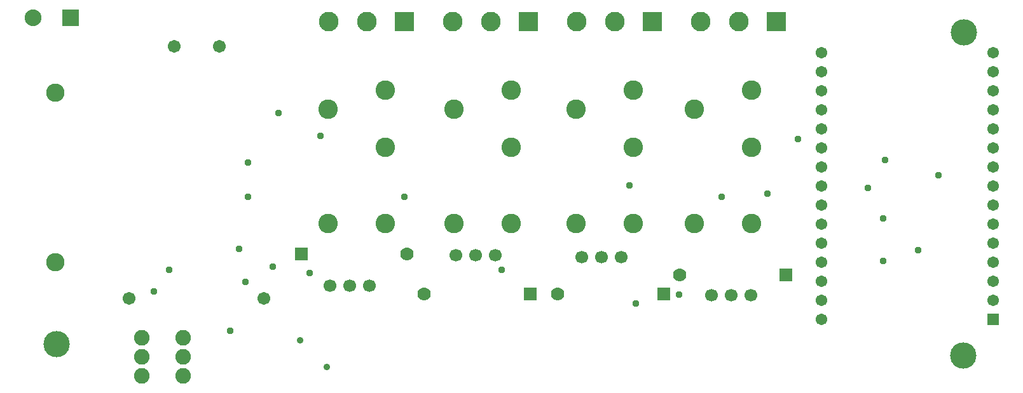
<source format=gbr>
G04 EAGLE Gerber RS-274X export*
G75*
%MOMM*%
%FSLAX34Y34*%
%LPD*%
%INSoldermask Top*%
%IPPOS*%
%AMOC8*
5,1,8,0,0,1.08239X$1,22.5*%
G01*
%ADD10R,2.235200X2.235200*%
%ADD11C,2.235200*%
%ADD12C,0.894081*%
%ADD13C,0.900000*%
%ADD14R,1.778200X1.778200*%
%ADD15C,1.778200*%
%ADD16C,2.082800*%
%ADD17C,3.503200*%
%ADD18C,2.603200*%
%ADD19R,2.616200X2.616200*%
%ADD20C,2.616200*%
%ADD21C,1.711200*%
%ADD22C,1.696200*%
%ADD23R,1.546200X1.546200*%
%ADD24C,1.546200*%
%ADD25C,2.453200*%
%ADD26C,0.959600*%


D10*
X83820Y498856D03*
D11*
X33820Y498856D03*
D12*
X389913Y68847D03*
D13*
X425268Y33492D03*
D14*
X391160Y183896D03*
D15*
X532160Y183896D03*
D14*
X695960Y130556D03*
D15*
X554960Y130556D03*
D14*
X873760Y130556D03*
D15*
X732760Y130556D03*
D14*
X1036320Y155956D03*
D15*
X895320Y155956D03*
D16*
X179324Y72136D03*
X179324Y46736D03*
X179324Y21336D03*
X234188Y72136D03*
X234188Y46736D03*
X234188Y21336D03*
D17*
X65532Y64008D03*
X1273048Y48768D03*
X1273556Y479552D03*
D18*
X502920Y224536D03*
X502920Y326136D03*
X502920Y402336D03*
X426720Y376936D03*
X426720Y224536D03*
X670560Y224536D03*
X670560Y326136D03*
X670560Y402336D03*
X594360Y376936D03*
X594360Y224536D03*
X833120Y224536D03*
X833120Y326136D03*
X833120Y402336D03*
X756920Y376936D03*
X756920Y224536D03*
X990600Y224536D03*
X990600Y326136D03*
X990600Y402336D03*
X914400Y376936D03*
X914400Y224536D03*
D19*
X528320Y493776D03*
D20*
X478320Y493776D03*
X428320Y493776D03*
D19*
X693420Y493776D03*
D20*
X643420Y493776D03*
X593420Y493776D03*
D19*
X858520Y493776D03*
D20*
X808520Y493776D03*
X758520Y493776D03*
D19*
X1023620Y493776D03*
D20*
X973620Y493776D03*
X923620Y493776D03*
D21*
X281940Y460756D03*
X221940Y460756D03*
X341940Y124756D03*
X161940Y124756D03*
D22*
X481820Y141486D03*
X455820Y141486D03*
X429820Y141486D03*
X649460Y182126D03*
X623460Y182126D03*
X597460Y182126D03*
X817100Y179586D03*
X791100Y179586D03*
X765100Y179586D03*
X989820Y128786D03*
X963820Y128786D03*
X937820Y128786D03*
D23*
X1312672Y96520D03*
D24*
X1312672Y121920D03*
X1312672Y147320D03*
X1312672Y172720D03*
X1312672Y198120D03*
X1312672Y223520D03*
X1312672Y248920D03*
X1312672Y274320D03*
X1312672Y299720D03*
X1312672Y325120D03*
X1312672Y350520D03*
X1312672Y375920D03*
X1312672Y401320D03*
X1312672Y426720D03*
X1312672Y452120D03*
X1084072Y452120D03*
X1084072Y426720D03*
X1084072Y401320D03*
X1084072Y375920D03*
X1084072Y350520D03*
X1084072Y325120D03*
X1084072Y299720D03*
X1084072Y274320D03*
X1084072Y248920D03*
X1084072Y223520D03*
X1084072Y198120D03*
X1084072Y172720D03*
X1084072Y147320D03*
X1084072Y121920D03*
X1084072Y96520D03*
D25*
X63500Y172496D03*
X63500Y398496D03*
D26*
X894080Y130048D03*
X308864Y191008D03*
X1213104Y188976D03*
X1168400Y308864D03*
X1052576Y337312D03*
X215392Y162560D03*
X195072Y134112D03*
X296672Y81280D03*
X402336Y158496D03*
X658368Y162560D03*
X837184Y117856D03*
X1146048Y272288D03*
X316992Y146304D03*
X320040Y305816D03*
X320040Y260096D03*
X528320Y260096D03*
X360680Y371856D03*
X828040Y275336D03*
X416560Y341376D03*
X353568Y166624D03*
X1011936Y264160D03*
X950976Y260096D03*
X1166368Y231648D03*
X1166368Y174752D03*
X1239520Y288544D03*
M02*

</source>
